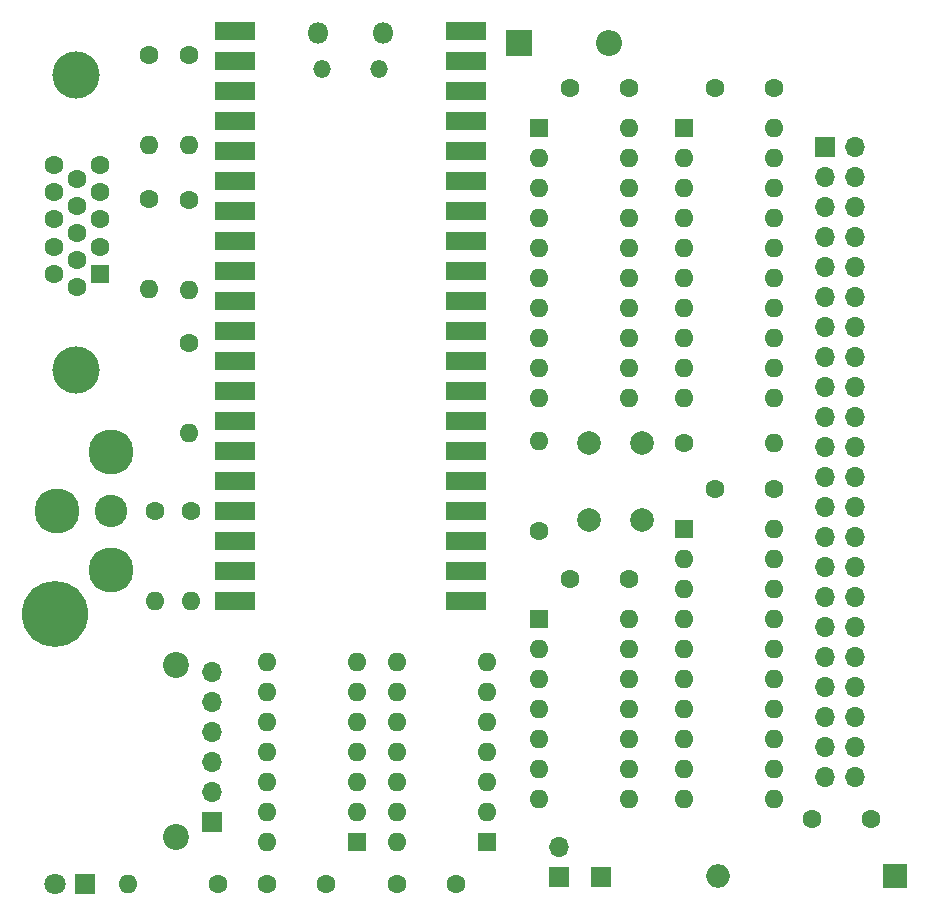
<source format=gbr>
%TF.GenerationSoftware,KiCad,Pcbnew,7.0.11*%
%TF.CreationDate,2025-07-10T10:55:19+02:00*%
%TF.ProjectId,kim-1-programmable-memory,6b696d2d-312d-4707-926f-6772616d6d61,rev?*%
%TF.SameCoordinates,Original*%
%TF.FileFunction,Soldermask,Top*%
%TF.FilePolarity,Negative*%
%FSLAX46Y46*%
G04 Gerber Fmt 4.6, Leading zero omitted, Abs format (unit mm)*
G04 Created by KiCad (PCBNEW 7.0.11) date 2025-07-10 10:55:19*
%MOMM*%
%LPD*%
G01*
G04 APERTURE LIST*
%ADD10R,1.800000X1.800000*%
%ADD11C,1.800000*%
%ADD12C,1.600000*%
%ADD13O,1.600000X1.600000*%
%ADD14C,2.200000*%
%ADD15R,1.700000X1.700000*%
%ADD16O,1.700000X1.700000*%
%ADD17O,1.800000X1.800000*%
%ADD18O,1.500000X1.500000*%
%ADD19R,3.400000X1.600000*%
%ADD20R,1.600000X1.600000*%
%ADD21C,2.754000*%
%ADD22C,3.820000*%
%ADD23C,5.600000*%
%ADD24C,2.000000*%
%ADD25C,4.000000*%
%ADD26R,2.200000X2.200000*%
%ADD27O,2.200000X2.200000*%
%ADD28R,2.000000X2.000000*%
%ADD29O,2.000000X2.000000*%
G04 APERTURE END LIST*
D10*
%TO.C,D1*%
X78050000Y-142250000D03*
D11*
X75510000Y-142250000D03*
%TD*%
D12*
%TO.C,R1*%
X89310000Y-142250000D03*
D13*
X81690000Y-142250000D03*
%TD*%
D14*
%TO.C,J4*%
X85775000Y-138340000D03*
X85775000Y-123740000D03*
D15*
X88775000Y-137040000D03*
D16*
X88775000Y-134500000D03*
X88775000Y-131960000D03*
X88775000Y-129420000D03*
X88775000Y-126880000D03*
X88775000Y-124340000D03*
%TD*%
D17*
%TO.C,U7*%
X97815000Y-70220000D03*
D18*
X98115000Y-73250000D03*
X102965000Y-73250000D03*
D17*
X103265000Y-70220000D03*
D13*
X91650000Y-70090000D03*
D19*
X90750000Y-70090000D03*
D13*
X91650000Y-72630000D03*
D19*
X90750000Y-72630000D03*
D20*
X91650000Y-75170000D03*
D19*
X90750000Y-75170000D03*
D13*
X91650000Y-77710000D03*
D19*
X90750000Y-77710000D03*
D13*
X91650000Y-80250000D03*
D19*
X90750000Y-80250000D03*
D13*
X91650000Y-82790000D03*
D19*
X90750000Y-82790000D03*
D13*
X91650000Y-85330000D03*
D19*
X90750000Y-85330000D03*
D20*
X91650000Y-87870000D03*
D19*
X90750000Y-87870000D03*
D13*
X91650000Y-90410000D03*
D19*
X90750000Y-90410000D03*
D13*
X91650000Y-92950000D03*
D19*
X90750000Y-92950000D03*
D13*
X91650000Y-95490000D03*
D19*
X90750000Y-95490000D03*
D13*
X91650000Y-98030000D03*
D19*
X90750000Y-98030000D03*
D20*
X91650000Y-100570000D03*
D19*
X90750000Y-100570000D03*
D13*
X91650000Y-103110000D03*
D19*
X90750000Y-103110000D03*
D13*
X91650000Y-105650000D03*
D19*
X90750000Y-105650000D03*
D13*
X91650000Y-108190000D03*
D19*
X90750000Y-108190000D03*
D13*
X91650000Y-110730000D03*
D19*
X90750000Y-110730000D03*
D20*
X91650000Y-113270000D03*
D19*
X90750000Y-113270000D03*
D13*
X91650000Y-115810000D03*
D19*
X90750000Y-115810000D03*
D13*
X91650000Y-118350000D03*
D19*
X90750000Y-118350000D03*
D13*
X109430000Y-118350000D03*
D19*
X110330000Y-118350000D03*
D13*
X109430000Y-115810000D03*
D19*
X110330000Y-115810000D03*
D20*
X109430000Y-113270000D03*
D19*
X110330000Y-113270000D03*
D13*
X109430000Y-110730000D03*
D19*
X110330000Y-110730000D03*
D13*
X109430000Y-108190000D03*
D19*
X110330000Y-108190000D03*
D13*
X109430000Y-105650000D03*
D19*
X110330000Y-105650000D03*
D13*
X109430000Y-103110000D03*
D19*
X110330000Y-103110000D03*
D20*
X109430000Y-100570000D03*
D19*
X110330000Y-100570000D03*
D13*
X109430000Y-98030000D03*
D19*
X110330000Y-98030000D03*
D13*
X109430000Y-95490000D03*
D19*
X110330000Y-95490000D03*
D13*
X109430000Y-92950000D03*
D19*
X110330000Y-92950000D03*
D13*
X109430000Y-90410000D03*
D19*
X110330000Y-90410000D03*
D20*
X109430000Y-87870000D03*
D19*
X110330000Y-87870000D03*
D13*
X109430000Y-85330000D03*
D19*
X110330000Y-85330000D03*
D13*
X109430000Y-82790000D03*
D19*
X110330000Y-82790000D03*
D13*
X109430000Y-80250000D03*
D19*
X110330000Y-80250000D03*
D13*
X109430000Y-77710000D03*
D19*
X110330000Y-77710000D03*
D20*
X109430000Y-75170000D03*
D19*
X110330000Y-75170000D03*
D13*
X109430000Y-72630000D03*
D19*
X110330000Y-72630000D03*
D13*
X109430000Y-70090000D03*
D19*
X110330000Y-70090000D03*
%TD*%
D12*
%TO.C,C3*%
X119130000Y-74910000D03*
X124130000Y-74910000D03*
%TD*%
D15*
%TO.C,J6*%
X121790000Y-141700000D03*
%TD*%
D21*
%TO.C,J5*%
X80230000Y-110730000D03*
D22*
X75730000Y-110730000D03*
X80230000Y-105730000D03*
X80230000Y-115730000D03*
%TD*%
D12*
%TO.C,R3*%
X116510000Y-112400000D03*
D13*
X116510000Y-104780000D03*
%TD*%
D20*
%TO.C,U5*%
X112090000Y-138760000D03*
D13*
X112090000Y-136220000D03*
X112090000Y-133680000D03*
X112090000Y-131140000D03*
X112090000Y-128600000D03*
X112090000Y-126060000D03*
X112090000Y-123520000D03*
X104470000Y-123520000D03*
X104470000Y-126060000D03*
X104470000Y-128600000D03*
X104470000Y-131140000D03*
X104470000Y-133680000D03*
X104470000Y-136220000D03*
X104470000Y-138760000D03*
%TD*%
D12*
%TO.C,C6*%
X98500000Y-142250000D03*
X93500000Y-142250000D03*
%TD*%
%TO.C,C5*%
X109470000Y-142250000D03*
X104470000Y-142250000D03*
%TD*%
D23*
%TO.C,REF\u002A\u002A*%
X75540000Y-119410000D03*
%TD*%
D12*
%TO.C,C4*%
X119130000Y-116440000D03*
X124130000Y-116440000D03*
%TD*%
D24*
%TO.C,SW1*%
X120710000Y-111480000D03*
X120710000Y-104980000D03*
X125210000Y-111480000D03*
X125210000Y-104980000D03*
%TD*%
D12*
%TO.C,R10*%
X83460000Y-72080000D03*
D13*
X83460000Y-79700000D03*
%TD*%
D20*
%TO.C,U2*%
X128800000Y-112220000D03*
D13*
X128800000Y-114760000D03*
X128800000Y-117300000D03*
X128800000Y-119840000D03*
X128800000Y-122380000D03*
X128800000Y-124920000D03*
X128800000Y-127460000D03*
X128800000Y-130000000D03*
X128800000Y-132540000D03*
X128800000Y-135080000D03*
X136420000Y-135080000D03*
X136420000Y-132540000D03*
X136420000Y-130000000D03*
X136420000Y-127460000D03*
X136420000Y-124920000D03*
X136420000Y-122380000D03*
X136420000Y-119840000D03*
X136420000Y-117300000D03*
X136420000Y-114760000D03*
X136420000Y-112220000D03*
%TD*%
D12*
%TO.C,C2*%
X131420000Y-108820000D03*
X136420000Y-108820000D03*
%TD*%
D25*
%TO.C,J3*%
X77310000Y-73790000D03*
X77310000Y-98790000D03*
D20*
X79360000Y-90605000D03*
D12*
X79360000Y-88315000D03*
X79360000Y-86025000D03*
X79360000Y-83735000D03*
X79360000Y-81445000D03*
X77380000Y-91750000D03*
X77380000Y-89460000D03*
X77380000Y-87170000D03*
X77380000Y-84880000D03*
X77380000Y-82590000D03*
X75400000Y-90605000D03*
X75400000Y-88315000D03*
X75400000Y-86025000D03*
X75400000Y-83735000D03*
X75400000Y-81445000D03*
%TD*%
D20*
%TO.C,U6*%
X101120000Y-138760000D03*
D13*
X101120000Y-136220000D03*
X101120000Y-133680000D03*
X101120000Y-131140000D03*
X101120000Y-128600000D03*
X101120000Y-126060000D03*
X101120000Y-123520000D03*
X93500000Y-123520000D03*
X93500000Y-126060000D03*
X93500000Y-128600000D03*
X93500000Y-131140000D03*
X93500000Y-133680000D03*
X93500000Y-136220000D03*
X93500000Y-138760000D03*
%TD*%
D12*
%TO.C,C7*%
X139600000Y-136800000D03*
X144600000Y-136800000D03*
%TD*%
D20*
%TO.C,U1*%
X128800000Y-78310000D03*
D13*
X128800000Y-80850000D03*
X128800000Y-83390000D03*
X128800000Y-85930000D03*
X128800000Y-88470000D03*
X128800000Y-91010000D03*
X128800000Y-93550000D03*
X128800000Y-96090000D03*
X128800000Y-98630000D03*
X128800000Y-101170000D03*
X136420000Y-101170000D03*
X136420000Y-98630000D03*
X136420000Y-96090000D03*
X136420000Y-93550000D03*
X136420000Y-91010000D03*
X136420000Y-88470000D03*
X136420000Y-85930000D03*
X136420000Y-83390000D03*
X136420000Y-80850000D03*
X136420000Y-78310000D03*
%TD*%
D20*
%TO.C,U3*%
X116510000Y-78310000D03*
D13*
X116510000Y-80850000D03*
X116510000Y-83390000D03*
X116510000Y-85930000D03*
X116510000Y-88470000D03*
X116510000Y-91010000D03*
X116510000Y-93550000D03*
X116510000Y-96090000D03*
X116510000Y-98630000D03*
X116510000Y-101170000D03*
X124130000Y-101170000D03*
X124130000Y-98630000D03*
X124130000Y-96090000D03*
X124130000Y-93550000D03*
X124130000Y-91010000D03*
X124130000Y-88470000D03*
X124130000Y-85930000D03*
X124130000Y-83390000D03*
X124130000Y-80850000D03*
X124130000Y-78310000D03*
%TD*%
D12*
%TO.C,C1*%
X131420000Y-74910000D03*
X136420000Y-74910000D03*
%TD*%
D15*
%TO.C,J2*%
X118190000Y-141700000D03*
D16*
X118190000Y-139160000D03*
%TD*%
D12*
%TO.C,R8*%
X86900000Y-72080000D03*
D13*
X86900000Y-79700000D03*
%TD*%
D26*
%TO.C,D2*%
X114800000Y-71090000D03*
D27*
X122420000Y-71090000D03*
%TD*%
D12*
%TO.C,R4*%
X84000000Y-110730000D03*
D13*
X84000000Y-118350000D03*
%TD*%
D12*
%TO.C,R7*%
X83460000Y-84330000D03*
D13*
X83460000Y-91950000D03*
%TD*%
D12*
%TO.C,R2*%
X128800000Y-104980000D03*
D13*
X136420000Y-104980000D03*
%TD*%
D15*
%TO.C,J1*%
X140690000Y-79910000D03*
D16*
X140690000Y-82450000D03*
X140690000Y-84990000D03*
X140690000Y-87530000D03*
X140690000Y-90070000D03*
X140690000Y-92610000D03*
X140690000Y-95150000D03*
X140690000Y-97690000D03*
X140690000Y-100230000D03*
X140690000Y-102770000D03*
X140690000Y-105310000D03*
X140690000Y-107850000D03*
X140690000Y-110390000D03*
X140690000Y-112930000D03*
X140690000Y-115470000D03*
X140690000Y-118010000D03*
X140690000Y-120550000D03*
X140690000Y-123090000D03*
X140690000Y-125630000D03*
X140690000Y-128170000D03*
X140690000Y-130710000D03*
X140690000Y-133250000D03*
X143230000Y-79910000D03*
X143230000Y-82450000D03*
X143230000Y-84990000D03*
X143230000Y-87530000D03*
X143230000Y-90070000D03*
X143230000Y-92610000D03*
X143230000Y-95150000D03*
X143230000Y-97690000D03*
X143230000Y-100230000D03*
X143230000Y-102770000D03*
X143230000Y-105310000D03*
X143230000Y-107850000D03*
X143230000Y-110390000D03*
X143230000Y-112930000D03*
X143230000Y-115470000D03*
X143230000Y-118010000D03*
X143230000Y-120550000D03*
X143230000Y-123090000D03*
X143230000Y-125630000D03*
X143230000Y-128170000D03*
X143230000Y-130710000D03*
X143230000Y-133250000D03*
%TD*%
D20*
%TO.C,U4*%
X116510000Y-119840000D03*
D13*
X116510000Y-122380000D03*
X116510000Y-124920000D03*
X116510000Y-127460000D03*
X116510000Y-130000000D03*
X116510000Y-132540000D03*
X116510000Y-135080000D03*
X124130000Y-135080000D03*
X124130000Y-132540000D03*
X124130000Y-130000000D03*
X124130000Y-127460000D03*
X124130000Y-124920000D03*
X124130000Y-122380000D03*
X124130000Y-119840000D03*
%TD*%
D28*
%TO.C,C8*%
X146640000Y-141640000D03*
D29*
X131640000Y-141640000D03*
%TD*%
D12*
%TO.C,R5*%
X87000000Y-110730000D03*
D13*
X87000000Y-118350000D03*
%TD*%
D12*
%TO.C,R6*%
X86900000Y-84350000D03*
D13*
X86900000Y-91970000D03*
%TD*%
D12*
%TO.C,R9*%
X86900000Y-96490000D03*
D13*
X86900000Y-104110000D03*
%TD*%
M02*

</source>
